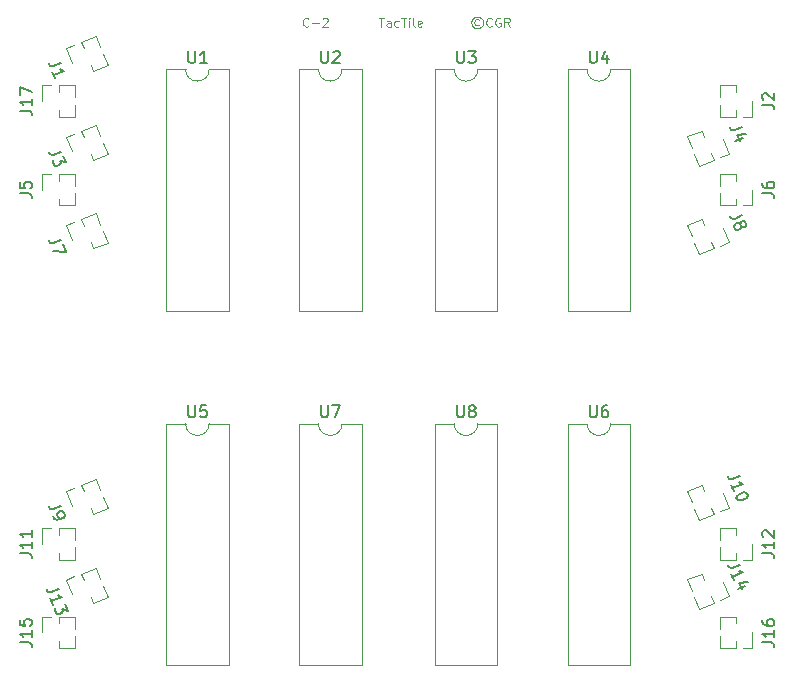
<source format=gbr>
%TF.GenerationSoftware,KiCad,Pcbnew,7.0.1*%
%TF.CreationDate,2023-12-27T22:31:20-05:00*%
%TF.ProjectId,TacTile-C,54616354-696c-4652-9d43-2e6b69636164,rev?*%
%TF.SameCoordinates,Original*%
%TF.FileFunction,Legend,Top*%
%TF.FilePolarity,Positive*%
%FSLAX46Y46*%
G04 Gerber Fmt 4.6, Leading zero omitted, Abs format (unit mm)*
G04 Created by KiCad (PCBNEW 7.0.1) date 2023-12-27 22:31:20*
%MOMM*%
%LPD*%
G01*
G04 APERTURE LIST*
%ADD10C,0.100000*%
%ADD11C,0.150000*%
%ADD12C,0.120000*%
G04 APERTURE END LIST*
D10*
X61885714Y-25636785D02*
X61814285Y-25601071D01*
X61814285Y-25601071D02*
X61671428Y-25601071D01*
X61671428Y-25601071D02*
X61600000Y-25636785D01*
X61600000Y-25636785D02*
X61528571Y-25708214D01*
X61528571Y-25708214D02*
X61492857Y-25779642D01*
X61492857Y-25779642D02*
X61492857Y-25922500D01*
X61492857Y-25922500D02*
X61528571Y-25993928D01*
X61528571Y-25993928D02*
X61600000Y-26065357D01*
X61600000Y-26065357D02*
X61671428Y-26101071D01*
X61671428Y-26101071D02*
X61814285Y-26101071D01*
X61814285Y-26101071D02*
X61885714Y-26065357D01*
X61742857Y-25351071D02*
X61564285Y-25386785D01*
X61564285Y-25386785D02*
X61385714Y-25493928D01*
X61385714Y-25493928D02*
X61278571Y-25672500D01*
X61278571Y-25672500D02*
X61242857Y-25851071D01*
X61242857Y-25851071D02*
X61278571Y-26029642D01*
X61278571Y-26029642D02*
X61385714Y-26208214D01*
X61385714Y-26208214D02*
X61564285Y-26315357D01*
X61564285Y-26315357D02*
X61742857Y-26351071D01*
X61742857Y-26351071D02*
X61921428Y-26315357D01*
X61921428Y-26315357D02*
X62100000Y-26208214D01*
X62100000Y-26208214D02*
X62207142Y-26029642D01*
X62207142Y-26029642D02*
X62242857Y-25851071D01*
X62242857Y-25851071D02*
X62207142Y-25672500D01*
X62207142Y-25672500D02*
X62100000Y-25493928D01*
X62100000Y-25493928D02*
X61921428Y-25386785D01*
X61921428Y-25386785D02*
X61742857Y-25351071D01*
X62992856Y-26136785D02*
X62957142Y-26172500D01*
X62957142Y-26172500D02*
X62849999Y-26208214D01*
X62849999Y-26208214D02*
X62778571Y-26208214D01*
X62778571Y-26208214D02*
X62671428Y-26172500D01*
X62671428Y-26172500D02*
X62599999Y-26101071D01*
X62599999Y-26101071D02*
X62564285Y-26029642D01*
X62564285Y-26029642D02*
X62528571Y-25886785D01*
X62528571Y-25886785D02*
X62528571Y-25779642D01*
X62528571Y-25779642D02*
X62564285Y-25636785D01*
X62564285Y-25636785D02*
X62599999Y-25565357D01*
X62599999Y-25565357D02*
X62671428Y-25493928D01*
X62671428Y-25493928D02*
X62778571Y-25458214D01*
X62778571Y-25458214D02*
X62849999Y-25458214D01*
X62849999Y-25458214D02*
X62957142Y-25493928D01*
X62957142Y-25493928D02*
X62992856Y-25529642D01*
X63707142Y-25493928D02*
X63635714Y-25458214D01*
X63635714Y-25458214D02*
X63528571Y-25458214D01*
X63528571Y-25458214D02*
X63421428Y-25493928D01*
X63421428Y-25493928D02*
X63349999Y-25565357D01*
X63349999Y-25565357D02*
X63314285Y-25636785D01*
X63314285Y-25636785D02*
X63278571Y-25779642D01*
X63278571Y-25779642D02*
X63278571Y-25886785D01*
X63278571Y-25886785D02*
X63314285Y-26029642D01*
X63314285Y-26029642D02*
X63349999Y-26101071D01*
X63349999Y-26101071D02*
X63421428Y-26172500D01*
X63421428Y-26172500D02*
X63528571Y-26208214D01*
X63528571Y-26208214D02*
X63599999Y-26208214D01*
X63599999Y-26208214D02*
X63707142Y-26172500D01*
X63707142Y-26172500D02*
X63742856Y-26136785D01*
X63742856Y-26136785D02*
X63742856Y-25886785D01*
X63742856Y-25886785D02*
X63599999Y-25886785D01*
X64492856Y-26208214D02*
X64242856Y-25851071D01*
X64064285Y-26208214D02*
X64064285Y-25458214D01*
X64064285Y-25458214D02*
X64349999Y-25458214D01*
X64349999Y-25458214D02*
X64421428Y-25493928D01*
X64421428Y-25493928D02*
X64457142Y-25529642D01*
X64457142Y-25529642D02*
X64492856Y-25601071D01*
X64492856Y-25601071D02*
X64492856Y-25708214D01*
X64492856Y-25708214D02*
X64457142Y-25779642D01*
X64457142Y-25779642D02*
X64421428Y-25815357D01*
X64421428Y-25815357D02*
X64349999Y-25851071D01*
X64349999Y-25851071D02*
X64064285Y-25851071D01*
X53421428Y-25458214D02*
X53850000Y-25458214D01*
X53635714Y-26208214D02*
X53635714Y-25458214D01*
X54421429Y-26208214D02*
X54421429Y-25815357D01*
X54421429Y-25815357D02*
X54385714Y-25743928D01*
X54385714Y-25743928D02*
X54314286Y-25708214D01*
X54314286Y-25708214D02*
X54171429Y-25708214D01*
X54171429Y-25708214D02*
X54100000Y-25743928D01*
X54421429Y-26172500D02*
X54350000Y-26208214D01*
X54350000Y-26208214D02*
X54171429Y-26208214D01*
X54171429Y-26208214D02*
X54100000Y-26172500D01*
X54100000Y-26172500D02*
X54064286Y-26101071D01*
X54064286Y-26101071D02*
X54064286Y-26029642D01*
X54064286Y-26029642D02*
X54100000Y-25958214D01*
X54100000Y-25958214D02*
X54171429Y-25922500D01*
X54171429Y-25922500D02*
X54350000Y-25922500D01*
X54350000Y-25922500D02*
X54421429Y-25886785D01*
X55100000Y-26172500D02*
X55028571Y-26208214D01*
X55028571Y-26208214D02*
X54885714Y-26208214D01*
X54885714Y-26208214D02*
X54814285Y-26172500D01*
X54814285Y-26172500D02*
X54778571Y-26136785D01*
X54778571Y-26136785D02*
X54742857Y-26065357D01*
X54742857Y-26065357D02*
X54742857Y-25851071D01*
X54742857Y-25851071D02*
X54778571Y-25779642D01*
X54778571Y-25779642D02*
X54814285Y-25743928D01*
X54814285Y-25743928D02*
X54885714Y-25708214D01*
X54885714Y-25708214D02*
X55028571Y-25708214D01*
X55028571Y-25708214D02*
X55100000Y-25743928D01*
X55314285Y-25458214D02*
X55742857Y-25458214D01*
X55528571Y-26208214D02*
X55528571Y-25458214D01*
X55992857Y-26208214D02*
X55992857Y-25708214D01*
X55992857Y-25458214D02*
X55957143Y-25493928D01*
X55957143Y-25493928D02*
X55992857Y-25529642D01*
X55992857Y-25529642D02*
X56028571Y-25493928D01*
X56028571Y-25493928D02*
X55992857Y-25458214D01*
X55992857Y-25458214D02*
X55992857Y-25529642D01*
X56457143Y-26208214D02*
X56385714Y-26172500D01*
X56385714Y-26172500D02*
X56350000Y-26101071D01*
X56350000Y-26101071D02*
X56350000Y-25458214D01*
X57028571Y-26172500D02*
X56957143Y-26208214D01*
X56957143Y-26208214D02*
X56814286Y-26208214D01*
X56814286Y-26208214D02*
X56742857Y-26172500D01*
X56742857Y-26172500D02*
X56707143Y-26101071D01*
X56707143Y-26101071D02*
X56707143Y-25815357D01*
X56707143Y-25815357D02*
X56742857Y-25743928D01*
X56742857Y-25743928D02*
X56814286Y-25708214D01*
X56814286Y-25708214D02*
X56957143Y-25708214D01*
X56957143Y-25708214D02*
X57028571Y-25743928D01*
X57028571Y-25743928D02*
X57064286Y-25815357D01*
X57064286Y-25815357D02*
X57064286Y-25886785D01*
X57064286Y-25886785D02*
X56707143Y-25958214D01*
X47457142Y-26136785D02*
X47421428Y-26172500D01*
X47421428Y-26172500D02*
X47314285Y-26208214D01*
X47314285Y-26208214D02*
X47242857Y-26208214D01*
X47242857Y-26208214D02*
X47135714Y-26172500D01*
X47135714Y-26172500D02*
X47064285Y-26101071D01*
X47064285Y-26101071D02*
X47028571Y-26029642D01*
X47028571Y-26029642D02*
X46992857Y-25886785D01*
X46992857Y-25886785D02*
X46992857Y-25779642D01*
X46992857Y-25779642D02*
X47028571Y-25636785D01*
X47028571Y-25636785D02*
X47064285Y-25565357D01*
X47064285Y-25565357D02*
X47135714Y-25493928D01*
X47135714Y-25493928D02*
X47242857Y-25458214D01*
X47242857Y-25458214D02*
X47314285Y-25458214D01*
X47314285Y-25458214D02*
X47421428Y-25493928D01*
X47421428Y-25493928D02*
X47457142Y-25529642D01*
X47778571Y-25922500D02*
X48350000Y-25922500D01*
X48671428Y-25529642D02*
X48707142Y-25493928D01*
X48707142Y-25493928D02*
X48778571Y-25458214D01*
X48778571Y-25458214D02*
X48957142Y-25458214D01*
X48957142Y-25458214D02*
X49028571Y-25493928D01*
X49028571Y-25493928D02*
X49064285Y-25529642D01*
X49064285Y-25529642D02*
X49099999Y-25601071D01*
X49099999Y-25601071D02*
X49099999Y-25672500D01*
X49099999Y-25672500D02*
X49064285Y-25779642D01*
X49064285Y-25779642D02*
X48635713Y-26208214D01*
X48635713Y-26208214D02*
X49099999Y-26208214D01*
D11*
%TO.C,J6*%
X85897619Y-40333333D02*
X86611904Y-40333333D01*
X86611904Y-40333333D02*
X86754761Y-40380952D01*
X86754761Y-40380952D02*
X86850000Y-40476190D01*
X86850000Y-40476190D02*
X86897619Y-40619047D01*
X86897619Y-40619047D02*
X86897619Y-40714285D01*
X85897619Y-39428571D02*
X85897619Y-39619047D01*
X85897619Y-39619047D02*
X85945238Y-39714285D01*
X85945238Y-39714285D02*
X85992857Y-39761904D01*
X85992857Y-39761904D02*
X86135714Y-39857142D01*
X86135714Y-39857142D02*
X86326190Y-39904761D01*
X86326190Y-39904761D02*
X86707142Y-39904761D01*
X86707142Y-39904761D02*
X86802380Y-39857142D01*
X86802380Y-39857142D02*
X86850000Y-39809523D01*
X86850000Y-39809523D02*
X86897619Y-39714285D01*
X86897619Y-39714285D02*
X86897619Y-39523809D01*
X86897619Y-39523809D02*
X86850000Y-39428571D01*
X86850000Y-39428571D02*
X86802380Y-39380952D01*
X86802380Y-39380952D02*
X86707142Y-39333333D01*
X86707142Y-39333333D02*
X86469047Y-39333333D01*
X86469047Y-39333333D02*
X86373809Y-39380952D01*
X86373809Y-39380952D02*
X86326190Y-39428571D01*
X86326190Y-39428571D02*
X86278571Y-39523809D01*
X86278571Y-39523809D02*
X86278571Y-39714285D01*
X86278571Y-39714285D02*
X86326190Y-39809523D01*
X86326190Y-39809523D02*
X86373809Y-39857142D01*
X86373809Y-39857142D02*
X86469047Y-39904761D01*
%TO.C,U2*%
X48548095Y-28282619D02*
X48548095Y-29092142D01*
X48548095Y-29092142D02*
X48595714Y-29187380D01*
X48595714Y-29187380D02*
X48643333Y-29235000D01*
X48643333Y-29235000D02*
X48738571Y-29282619D01*
X48738571Y-29282619D02*
X48929047Y-29282619D01*
X48929047Y-29282619D02*
X49024285Y-29235000D01*
X49024285Y-29235000D02*
X49071904Y-29187380D01*
X49071904Y-29187380D02*
X49119523Y-29092142D01*
X49119523Y-29092142D02*
X49119523Y-28282619D01*
X49548095Y-28377857D02*
X49595714Y-28330238D01*
X49595714Y-28330238D02*
X49690952Y-28282619D01*
X49690952Y-28282619D02*
X49929047Y-28282619D01*
X49929047Y-28282619D02*
X50024285Y-28330238D01*
X50024285Y-28330238D02*
X50071904Y-28377857D01*
X50071904Y-28377857D02*
X50119523Y-28473095D01*
X50119523Y-28473095D02*
X50119523Y-28568333D01*
X50119523Y-28568333D02*
X50071904Y-28711190D01*
X50071904Y-28711190D02*
X49500476Y-29282619D01*
X49500476Y-29282619D02*
X50119523Y-29282619D01*
%TO.C,J10*%
X84027206Y-64254837D02*
X83364931Y-64522413D01*
X83364931Y-64522413D02*
X83214638Y-64531777D01*
X83214638Y-64531777D02*
X83090658Y-64479150D01*
X83090658Y-64479150D02*
X82992991Y-64364534D01*
X82992991Y-64364534D02*
X82957314Y-64276231D01*
X83474628Y-65556628D02*
X83260568Y-65026808D01*
X83367598Y-65291718D02*
X84294782Y-64917111D01*
X84294782Y-64917111D02*
X84126650Y-64882323D01*
X84126650Y-64882323D02*
X84002670Y-64829697D01*
X84002670Y-64829697D02*
X83922842Y-64759232D01*
X84633712Y-65755992D02*
X84669388Y-65844295D01*
X84669388Y-65844295D02*
X84660914Y-65950437D01*
X84660914Y-65950437D02*
X84634600Y-66012427D01*
X84634600Y-66012427D02*
X84564136Y-66092255D01*
X84564136Y-66092255D02*
X84405368Y-66207761D01*
X84405368Y-66207761D02*
X84184610Y-66296953D01*
X84184610Y-66296953D02*
X83990165Y-66324155D01*
X83990165Y-66324155D02*
X83884023Y-66315680D01*
X83884023Y-66315680D02*
X83822033Y-66289367D01*
X83822033Y-66289367D02*
X83742205Y-66218902D01*
X83742205Y-66218902D02*
X83706528Y-66130599D01*
X83706528Y-66130599D02*
X83715003Y-66024457D01*
X83715003Y-66024457D02*
X83741316Y-65962467D01*
X83741316Y-65962467D02*
X83811781Y-65882639D01*
X83811781Y-65882639D02*
X83970549Y-65767133D01*
X83970549Y-65767133D02*
X84191307Y-65677941D01*
X84191307Y-65677941D02*
X84385752Y-65650739D01*
X84385752Y-65650739D02*
X84491893Y-65659214D01*
X84491893Y-65659214D02*
X84553883Y-65685527D01*
X84553883Y-65685527D02*
X84633712Y-65755992D01*
%TO.C,J2*%
X85897619Y-32833333D02*
X86611904Y-32833333D01*
X86611904Y-32833333D02*
X86754761Y-32880952D01*
X86754761Y-32880952D02*
X86850000Y-32976190D01*
X86850000Y-32976190D02*
X86897619Y-33119047D01*
X86897619Y-33119047D02*
X86897619Y-33214285D01*
X85992857Y-32404761D02*
X85945238Y-32357142D01*
X85945238Y-32357142D02*
X85897619Y-32261904D01*
X85897619Y-32261904D02*
X85897619Y-32023809D01*
X85897619Y-32023809D02*
X85945238Y-31928571D01*
X85945238Y-31928571D02*
X85992857Y-31880952D01*
X85992857Y-31880952D02*
X86088095Y-31833333D01*
X86088095Y-31833333D02*
X86183333Y-31833333D01*
X86183333Y-31833333D02*
X86326190Y-31880952D01*
X86326190Y-31880952D02*
X86897619Y-32452380D01*
X86897619Y-32452380D02*
X86897619Y-31833333D01*
%TO.C,U5*%
X37298095Y-58282619D02*
X37298095Y-59092142D01*
X37298095Y-59092142D02*
X37345714Y-59187380D01*
X37345714Y-59187380D02*
X37393333Y-59235000D01*
X37393333Y-59235000D02*
X37488571Y-59282619D01*
X37488571Y-59282619D02*
X37679047Y-59282619D01*
X37679047Y-59282619D02*
X37774285Y-59235000D01*
X37774285Y-59235000D02*
X37821904Y-59187380D01*
X37821904Y-59187380D02*
X37869523Y-59092142D01*
X37869523Y-59092142D02*
X37869523Y-58282619D01*
X38821904Y-58282619D02*
X38345714Y-58282619D01*
X38345714Y-58282619D02*
X38298095Y-58758809D01*
X38298095Y-58758809D02*
X38345714Y-58711190D01*
X38345714Y-58711190D02*
X38440952Y-58663571D01*
X38440952Y-58663571D02*
X38679047Y-58663571D01*
X38679047Y-58663571D02*
X38774285Y-58711190D01*
X38774285Y-58711190D02*
X38821904Y-58758809D01*
X38821904Y-58758809D02*
X38869523Y-58854047D01*
X38869523Y-58854047D02*
X38869523Y-59092142D01*
X38869523Y-59092142D02*
X38821904Y-59187380D01*
X38821904Y-59187380D02*
X38774285Y-59235000D01*
X38774285Y-59235000D02*
X38679047Y-59282619D01*
X38679047Y-59282619D02*
X38440952Y-59282619D01*
X38440952Y-59282619D02*
X38345714Y-59235000D01*
X38345714Y-59235000D02*
X38298095Y-59187380D01*
%TO.C,J8*%
X84205590Y-42196353D02*
X83543315Y-42463929D01*
X83543315Y-42463929D02*
X83393022Y-42473292D01*
X83393022Y-42473292D02*
X83269042Y-42420666D01*
X83269042Y-42420666D02*
X83171375Y-42306050D01*
X83171375Y-42306050D02*
X83135698Y-42217746D01*
X84040124Y-42930869D02*
X84048599Y-42824728D01*
X84048599Y-42824728D02*
X84074912Y-42762738D01*
X84074912Y-42762738D02*
X84145377Y-42682909D01*
X84145377Y-42682909D02*
X84189529Y-42665071D01*
X84189529Y-42665071D02*
X84295670Y-42673546D01*
X84295670Y-42673546D02*
X84357661Y-42699859D01*
X84357661Y-42699859D02*
X84437489Y-42770324D01*
X84437489Y-42770324D02*
X84508843Y-42946930D01*
X84508843Y-42946930D02*
X84500368Y-43053072D01*
X84500368Y-43053072D02*
X84474055Y-43115062D01*
X84474055Y-43115062D02*
X84403590Y-43194890D01*
X84403590Y-43194890D02*
X84359438Y-43212729D01*
X84359438Y-43212729D02*
X84253297Y-43204254D01*
X84253297Y-43204254D02*
X84191306Y-43177941D01*
X84191306Y-43177941D02*
X84111478Y-43107476D01*
X84111478Y-43107476D02*
X84040124Y-42930869D01*
X84040124Y-42930869D02*
X83960296Y-42860405D01*
X83960296Y-42860405D02*
X83898306Y-42834091D01*
X83898306Y-42834091D02*
X83792164Y-42825617D01*
X83792164Y-42825617D02*
X83615558Y-42896970D01*
X83615558Y-42896970D02*
X83545093Y-42976799D01*
X83545093Y-42976799D02*
X83518780Y-43038789D01*
X83518780Y-43038789D02*
X83510305Y-43144930D01*
X83510305Y-43144930D02*
X83581659Y-43321537D01*
X83581659Y-43321537D02*
X83661487Y-43392002D01*
X83661487Y-43392002D02*
X83723477Y-43418315D01*
X83723477Y-43418315D02*
X83829619Y-43426790D01*
X83829619Y-43426790D02*
X84006225Y-43355436D01*
X84006225Y-43355436D02*
X84076690Y-43275608D01*
X84076690Y-43275608D02*
X84103003Y-43213618D01*
X84103003Y-43213618D02*
X84111478Y-43107476D01*
%TO.C,J1*%
X26541175Y-29282911D02*
X25878900Y-29550487D01*
X25878900Y-29550487D02*
X25728607Y-29559850D01*
X25728607Y-29559850D02*
X25604627Y-29507224D01*
X25604627Y-29507224D02*
X25506960Y-29392608D01*
X25506960Y-29392608D02*
X25471283Y-29304304D01*
X25988597Y-30584701D02*
X25774536Y-30054882D01*
X25881567Y-30319792D02*
X26808751Y-29945185D01*
X26808751Y-29945185D02*
X26640619Y-29910397D01*
X26640619Y-29910397D02*
X26516639Y-29857771D01*
X26516639Y-29857771D02*
X26436811Y-29787306D01*
%TO.C,J14*%
X84027206Y-71754837D02*
X83364931Y-72022413D01*
X83364931Y-72022413D02*
X83214638Y-72031777D01*
X83214638Y-72031777D02*
X83090658Y-71979150D01*
X83090658Y-71979150D02*
X82992991Y-71864534D01*
X82992991Y-71864534D02*
X82957314Y-71776231D01*
X83474628Y-73056628D02*
X83260568Y-72526808D01*
X83367598Y-72791718D02*
X84294782Y-72417111D01*
X84294782Y-72417111D02*
X84126650Y-72382323D01*
X84126650Y-72382323D02*
X84002670Y-72329697D01*
X84002670Y-72329697D02*
X83922842Y-72259232D01*
X84413842Y-73601619D02*
X83795720Y-73851357D01*
X84677863Y-73238154D02*
X83926397Y-73284972D01*
X83926397Y-73284972D02*
X84158296Y-73858943D01*
%TO.C,J15*%
X23027619Y-78309523D02*
X23741904Y-78309523D01*
X23741904Y-78309523D02*
X23884761Y-78357142D01*
X23884761Y-78357142D02*
X23980000Y-78452380D01*
X23980000Y-78452380D02*
X24027619Y-78595237D01*
X24027619Y-78595237D02*
X24027619Y-78690475D01*
X24027619Y-77309523D02*
X24027619Y-77880951D01*
X24027619Y-77595237D02*
X23027619Y-77595237D01*
X23027619Y-77595237D02*
X23170476Y-77690475D01*
X23170476Y-77690475D02*
X23265714Y-77785713D01*
X23265714Y-77785713D02*
X23313333Y-77880951D01*
X23027619Y-76404761D02*
X23027619Y-76880951D01*
X23027619Y-76880951D02*
X23503809Y-76928570D01*
X23503809Y-76928570D02*
X23456190Y-76880951D01*
X23456190Y-76880951D02*
X23408571Y-76785713D01*
X23408571Y-76785713D02*
X23408571Y-76547618D01*
X23408571Y-76547618D02*
X23456190Y-76452380D01*
X23456190Y-76452380D02*
X23503809Y-76404761D01*
X23503809Y-76404761D02*
X23599047Y-76357142D01*
X23599047Y-76357142D02*
X23837142Y-76357142D01*
X23837142Y-76357142D02*
X23932380Y-76404761D01*
X23932380Y-76404761D02*
X23980000Y-76452380D01*
X23980000Y-76452380D02*
X24027619Y-76547618D01*
X24027619Y-76547618D02*
X24027619Y-76785713D01*
X24027619Y-76785713D02*
X23980000Y-76880951D01*
X23980000Y-76880951D02*
X23932380Y-76928570D01*
%TO.C,U1*%
X37298095Y-28282619D02*
X37298095Y-29092142D01*
X37298095Y-29092142D02*
X37345714Y-29187380D01*
X37345714Y-29187380D02*
X37393333Y-29235000D01*
X37393333Y-29235000D02*
X37488571Y-29282619D01*
X37488571Y-29282619D02*
X37679047Y-29282619D01*
X37679047Y-29282619D02*
X37774285Y-29235000D01*
X37774285Y-29235000D02*
X37821904Y-29187380D01*
X37821904Y-29187380D02*
X37869523Y-29092142D01*
X37869523Y-29092142D02*
X37869523Y-28282619D01*
X38869523Y-29282619D02*
X38298095Y-29282619D01*
X38583809Y-29282619D02*
X38583809Y-28282619D01*
X38583809Y-28282619D02*
X38488571Y-28425476D01*
X38488571Y-28425476D02*
X38393333Y-28520714D01*
X38393333Y-28520714D02*
X38298095Y-28568333D01*
%TO.C,J17*%
X23027619Y-33309523D02*
X23741904Y-33309523D01*
X23741904Y-33309523D02*
X23884761Y-33357142D01*
X23884761Y-33357142D02*
X23980000Y-33452380D01*
X23980000Y-33452380D02*
X24027619Y-33595237D01*
X24027619Y-33595237D02*
X24027619Y-33690475D01*
X24027619Y-32309523D02*
X24027619Y-32880951D01*
X24027619Y-32595237D02*
X23027619Y-32595237D01*
X23027619Y-32595237D02*
X23170476Y-32690475D01*
X23170476Y-32690475D02*
X23265714Y-32785713D01*
X23265714Y-32785713D02*
X23313333Y-32880951D01*
X23027619Y-31976189D02*
X23027619Y-31309523D01*
X23027619Y-31309523D02*
X24027619Y-31738094D01*
%TO.C,J9*%
X26541175Y-66782911D02*
X25878900Y-67050487D01*
X25878900Y-67050487D02*
X25728607Y-67059850D01*
X25728607Y-67059850D02*
X25604627Y-67007224D01*
X25604627Y-67007224D02*
X25506960Y-66892608D01*
X25506960Y-66892608D02*
X25471283Y-66804304D01*
X25810213Y-67643185D02*
X25881567Y-67819792D01*
X25881567Y-67819792D02*
X25961395Y-67890256D01*
X25961395Y-67890256D02*
X26023385Y-67916570D01*
X26023385Y-67916570D02*
X26191517Y-67951358D01*
X26191517Y-67951358D02*
X26385962Y-67924156D01*
X26385962Y-67924156D02*
X26739175Y-67781448D01*
X26739175Y-67781448D02*
X26809640Y-67701620D01*
X26809640Y-67701620D02*
X26835953Y-67639630D01*
X26835953Y-67639630D02*
X26844428Y-67533488D01*
X26844428Y-67533488D02*
X26773074Y-67356882D01*
X26773074Y-67356882D02*
X26693246Y-67286417D01*
X26693246Y-67286417D02*
X26631255Y-67260104D01*
X26631255Y-67260104D02*
X26525114Y-67251629D01*
X26525114Y-67251629D02*
X26304356Y-67340821D01*
X26304356Y-67340821D02*
X26233891Y-67420649D01*
X26233891Y-67420649D02*
X26207578Y-67482639D01*
X26207578Y-67482639D02*
X26199103Y-67588781D01*
X26199103Y-67588781D02*
X26270457Y-67765388D01*
X26270457Y-67765388D02*
X26350285Y-67835852D01*
X26350285Y-67835852D02*
X26412275Y-67862166D01*
X26412275Y-67862166D02*
X26518417Y-67870640D01*
%TO.C,U3*%
X60048095Y-28282619D02*
X60048095Y-29092142D01*
X60048095Y-29092142D02*
X60095714Y-29187380D01*
X60095714Y-29187380D02*
X60143333Y-29235000D01*
X60143333Y-29235000D02*
X60238571Y-29282619D01*
X60238571Y-29282619D02*
X60429047Y-29282619D01*
X60429047Y-29282619D02*
X60524285Y-29235000D01*
X60524285Y-29235000D02*
X60571904Y-29187380D01*
X60571904Y-29187380D02*
X60619523Y-29092142D01*
X60619523Y-29092142D02*
X60619523Y-28282619D01*
X61000476Y-28282619D02*
X61619523Y-28282619D01*
X61619523Y-28282619D02*
X61286190Y-28663571D01*
X61286190Y-28663571D02*
X61429047Y-28663571D01*
X61429047Y-28663571D02*
X61524285Y-28711190D01*
X61524285Y-28711190D02*
X61571904Y-28758809D01*
X61571904Y-28758809D02*
X61619523Y-28854047D01*
X61619523Y-28854047D02*
X61619523Y-29092142D01*
X61619523Y-29092142D02*
X61571904Y-29187380D01*
X61571904Y-29187380D02*
X61524285Y-29235000D01*
X61524285Y-29235000D02*
X61429047Y-29282619D01*
X61429047Y-29282619D02*
X61143333Y-29282619D01*
X61143333Y-29282619D02*
X61048095Y-29235000D01*
X61048095Y-29235000D02*
X61000476Y-29187380D01*
%TO.C,J3*%
X26541175Y-36782911D02*
X25878900Y-37050487D01*
X25878900Y-37050487D02*
X25728607Y-37059850D01*
X25728607Y-37059850D02*
X25604627Y-37007224D01*
X25604627Y-37007224D02*
X25506960Y-36892608D01*
X25506960Y-36892608D02*
X25471283Y-36804304D01*
X26683882Y-37136124D02*
X26915781Y-37710095D01*
X26915781Y-37710095D02*
X26437699Y-37543741D01*
X26437699Y-37543741D02*
X26491215Y-37676196D01*
X26491215Y-37676196D02*
X26482740Y-37782337D01*
X26482740Y-37782337D02*
X26456427Y-37844327D01*
X26456427Y-37844327D02*
X26385962Y-37924156D01*
X26385962Y-37924156D02*
X26165204Y-38013348D01*
X26165204Y-38013348D02*
X26059062Y-38004873D01*
X26059062Y-38004873D02*
X25997072Y-37978560D01*
X25997072Y-37978560D02*
X25917244Y-37908095D01*
X25917244Y-37908095D02*
X25810213Y-37643185D01*
X25810213Y-37643185D02*
X25818688Y-37537044D01*
X25818688Y-37537044D02*
X25845001Y-37475054D01*
%TO.C,U6*%
X71298095Y-58282619D02*
X71298095Y-59092142D01*
X71298095Y-59092142D02*
X71345714Y-59187380D01*
X71345714Y-59187380D02*
X71393333Y-59235000D01*
X71393333Y-59235000D02*
X71488571Y-59282619D01*
X71488571Y-59282619D02*
X71679047Y-59282619D01*
X71679047Y-59282619D02*
X71774285Y-59235000D01*
X71774285Y-59235000D02*
X71821904Y-59187380D01*
X71821904Y-59187380D02*
X71869523Y-59092142D01*
X71869523Y-59092142D02*
X71869523Y-58282619D01*
X72774285Y-58282619D02*
X72583809Y-58282619D01*
X72583809Y-58282619D02*
X72488571Y-58330238D01*
X72488571Y-58330238D02*
X72440952Y-58377857D01*
X72440952Y-58377857D02*
X72345714Y-58520714D01*
X72345714Y-58520714D02*
X72298095Y-58711190D01*
X72298095Y-58711190D02*
X72298095Y-59092142D01*
X72298095Y-59092142D02*
X72345714Y-59187380D01*
X72345714Y-59187380D02*
X72393333Y-59235000D01*
X72393333Y-59235000D02*
X72488571Y-59282619D01*
X72488571Y-59282619D02*
X72679047Y-59282619D01*
X72679047Y-59282619D02*
X72774285Y-59235000D01*
X72774285Y-59235000D02*
X72821904Y-59187380D01*
X72821904Y-59187380D02*
X72869523Y-59092142D01*
X72869523Y-59092142D02*
X72869523Y-58854047D01*
X72869523Y-58854047D02*
X72821904Y-58758809D01*
X72821904Y-58758809D02*
X72774285Y-58711190D01*
X72774285Y-58711190D02*
X72679047Y-58663571D01*
X72679047Y-58663571D02*
X72488571Y-58663571D01*
X72488571Y-58663571D02*
X72393333Y-58711190D01*
X72393333Y-58711190D02*
X72345714Y-58758809D01*
X72345714Y-58758809D02*
X72298095Y-58854047D01*
%TO.C,J11*%
X23027619Y-70809523D02*
X23741904Y-70809523D01*
X23741904Y-70809523D02*
X23884761Y-70857142D01*
X23884761Y-70857142D02*
X23980000Y-70952380D01*
X23980000Y-70952380D02*
X24027619Y-71095237D01*
X24027619Y-71095237D02*
X24027619Y-71190475D01*
X24027619Y-69809523D02*
X24027619Y-70380951D01*
X24027619Y-70095237D02*
X23027619Y-70095237D01*
X23027619Y-70095237D02*
X23170476Y-70190475D01*
X23170476Y-70190475D02*
X23265714Y-70285713D01*
X23265714Y-70285713D02*
X23313333Y-70380951D01*
X24027619Y-68857142D02*
X24027619Y-69428570D01*
X24027619Y-69142856D02*
X23027619Y-69142856D01*
X23027619Y-69142856D02*
X23170476Y-69238094D01*
X23170476Y-69238094D02*
X23265714Y-69333332D01*
X23265714Y-69333332D02*
X23313333Y-69428570D01*
%TO.C,U4*%
X71298095Y-28282619D02*
X71298095Y-29092142D01*
X71298095Y-29092142D02*
X71345714Y-29187380D01*
X71345714Y-29187380D02*
X71393333Y-29235000D01*
X71393333Y-29235000D02*
X71488571Y-29282619D01*
X71488571Y-29282619D02*
X71679047Y-29282619D01*
X71679047Y-29282619D02*
X71774285Y-29235000D01*
X71774285Y-29235000D02*
X71821904Y-29187380D01*
X71821904Y-29187380D02*
X71869523Y-29092142D01*
X71869523Y-29092142D02*
X71869523Y-28282619D01*
X72774285Y-28615952D02*
X72774285Y-29282619D01*
X72536190Y-28235000D02*
X72298095Y-28949285D01*
X72298095Y-28949285D02*
X72917142Y-28949285D01*
%TO.C,U8*%
X60048095Y-58282619D02*
X60048095Y-59092142D01*
X60048095Y-59092142D02*
X60095714Y-59187380D01*
X60095714Y-59187380D02*
X60143333Y-59235000D01*
X60143333Y-59235000D02*
X60238571Y-59282619D01*
X60238571Y-59282619D02*
X60429047Y-59282619D01*
X60429047Y-59282619D02*
X60524285Y-59235000D01*
X60524285Y-59235000D02*
X60571904Y-59187380D01*
X60571904Y-59187380D02*
X60619523Y-59092142D01*
X60619523Y-59092142D02*
X60619523Y-58282619D01*
X61238571Y-58711190D02*
X61143333Y-58663571D01*
X61143333Y-58663571D02*
X61095714Y-58615952D01*
X61095714Y-58615952D02*
X61048095Y-58520714D01*
X61048095Y-58520714D02*
X61048095Y-58473095D01*
X61048095Y-58473095D02*
X61095714Y-58377857D01*
X61095714Y-58377857D02*
X61143333Y-58330238D01*
X61143333Y-58330238D02*
X61238571Y-58282619D01*
X61238571Y-58282619D02*
X61429047Y-58282619D01*
X61429047Y-58282619D02*
X61524285Y-58330238D01*
X61524285Y-58330238D02*
X61571904Y-58377857D01*
X61571904Y-58377857D02*
X61619523Y-58473095D01*
X61619523Y-58473095D02*
X61619523Y-58520714D01*
X61619523Y-58520714D02*
X61571904Y-58615952D01*
X61571904Y-58615952D02*
X61524285Y-58663571D01*
X61524285Y-58663571D02*
X61429047Y-58711190D01*
X61429047Y-58711190D02*
X61238571Y-58711190D01*
X61238571Y-58711190D02*
X61143333Y-58758809D01*
X61143333Y-58758809D02*
X61095714Y-58806428D01*
X61095714Y-58806428D02*
X61048095Y-58901666D01*
X61048095Y-58901666D02*
X61048095Y-59092142D01*
X61048095Y-59092142D02*
X61095714Y-59187380D01*
X61095714Y-59187380D02*
X61143333Y-59235000D01*
X61143333Y-59235000D02*
X61238571Y-59282619D01*
X61238571Y-59282619D02*
X61429047Y-59282619D01*
X61429047Y-59282619D02*
X61524285Y-59235000D01*
X61524285Y-59235000D02*
X61571904Y-59187380D01*
X61571904Y-59187380D02*
X61619523Y-59092142D01*
X61619523Y-59092142D02*
X61619523Y-58901666D01*
X61619523Y-58901666D02*
X61571904Y-58806428D01*
X61571904Y-58806428D02*
X61524285Y-58758809D01*
X61524285Y-58758809D02*
X61429047Y-58711190D01*
%TO.C,J12*%
X85897619Y-70809523D02*
X86611904Y-70809523D01*
X86611904Y-70809523D02*
X86754761Y-70857142D01*
X86754761Y-70857142D02*
X86850000Y-70952380D01*
X86850000Y-70952380D02*
X86897619Y-71095237D01*
X86897619Y-71095237D02*
X86897619Y-71190475D01*
X86897619Y-69809523D02*
X86897619Y-70380951D01*
X86897619Y-70095237D02*
X85897619Y-70095237D01*
X85897619Y-70095237D02*
X86040476Y-70190475D01*
X86040476Y-70190475D02*
X86135714Y-70285713D01*
X86135714Y-70285713D02*
X86183333Y-70380951D01*
X85992857Y-69428570D02*
X85945238Y-69380951D01*
X85945238Y-69380951D02*
X85897619Y-69285713D01*
X85897619Y-69285713D02*
X85897619Y-69047618D01*
X85897619Y-69047618D02*
X85945238Y-68952380D01*
X85945238Y-68952380D02*
X85992857Y-68904761D01*
X85992857Y-68904761D02*
X86088095Y-68857142D01*
X86088095Y-68857142D02*
X86183333Y-68857142D01*
X86183333Y-68857142D02*
X86326190Y-68904761D01*
X86326190Y-68904761D02*
X86897619Y-69476189D01*
X86897619Y-69476189D02*
X86897619Y-68857142D01*
%TO.C,U7*%
X48548095Y-58282619D02*
X48548095Y-59092142D01*
X48548095Y-59092142D02*
X48595714Y-59187380D01*
X48595714Y-59187380D02*
X48643333Y-59235000D01*
X48643333Y-59235000D02*
X48738571Y-59282619D01*
X48738571Y-59282619D02*
X48929047Y-59282619D01*
X48929047Y-59282619D02*
X49024285Y-59235000D01*
X49024285Y-59235000D02*
X49071904Y-59187380D01*
X49071904Y-59187380D02*
X49119523Y-59092142D01*
X49119523Y-59092142D02*
X49119523Y-58282619D01*
X49500476Y-58282619D02*
X50167142Y-58282619D01*
X50167142Y-58282619D02*
X49738571Y-59282619D01*
%TO.C,J4*%
X84205590Y-34696353D02*
X83543315Y-34963929D01*
X83543315Y-34963929D02*
X83393022Y-34973292D01*
X83393022Y-34973292D02*
X83269042Y-34920666D01*
X83269042Y-34920666D02*
X83171375Y-34806050D01*
X83171375Y-34806050D02*
X83135698Y-34717746D01*
X84235458Y-35660102D02*
X83617336Y-35909840D01*
X84499479Y-35296637D02*
X83748013Y-35343455D01*
X83748013Y-35343455D02*
X83979912Y-35917426D01*
%TO.C,J5*%
X23027619Y-40333333D02*
X23741904Y-40333333D01*
X23741904Y-40333333D02*
X23884761Y-40380952D01*
X23884761Y-40380952D02*
X23980000Y-40476190D01*
X23980000Y-40476190D02*
X24027619Y-40619047D01*
X24027619Y-40619047D02*
X24027619Y-40714285D01*
X23027619Y-39380952D02*
X23027619Y-39857142D01*
X23027619Y-39857142D02*
X23503809Y-39904761D01*
X23503809Y-39904761D02*
X23456190Y-39857142D01*
X23456190Y-39857142D02*
X23408571Y-39761904D01*
X23408571Y-39761904D02*
X23408571Y-39523809D01*
X23408571Y-39523809D02*
X23456190Y-39428571D01*
X23456190Y-39428571D02*
X23503809Y-39380952D01*
X23503809Y-39380952D02*
X23599047Y-39333333D01*
X23599047Y-39333333D02*
X23837142Y-39333333D01*
X23837142Y-39333333D02*
X23932380Y-39380952D01*
X23932380Y-39380952D02*
X23980000Y-39428571D01*
X23980000Y-39428571D02*
X24027619Y-39523809D01*
X24027619Y-39523809D02*
X24027619Y-39761904D01*
X24027619Y-39761904D02*
X23980000Y-39857142D01*
X23980000Y-39857142D02*
X23932380Y-39904761D01*
%TO.C,J13*%
X26362791Y-73841395D02*
X25700516Y-74108971D01*
X25700516Y-74108971D02*
X25550223Y-74118335D01*
X25550223Y-74118335D02*
X25426243Y-74065708D01*
X25426243Y-74065708D02*
X25328576Y-73951092D01*
X25328576Y-73951092D02*
X25292899Y-73862789D01*
X25810213Y-75143186D02*
X25596153Y-74613366D01*
X25703183Y-74878276D02*
X26630367Y-74503669D01*
X26630367Y-74503669D02*
X26462235Y-74468881D01*
X26462235Y-74468881D02*
X26338255Y-74416255D01*
X26338255Y-74416255D02*
X26258427Y-74345790D01*
X26862266Y-75077640D02*
X27094165Y-75651611D01*
X27094165Y-75651611D02*
X26616084Y-75485257D01*
X26616084Y-75485257D02*
X26669599Y-75617712D01*
X26669599Y-75617712D02*
X26661124Y-75723854D01*
X26661124Y-75723854D02*
X26634811Y-75785844D01*
X26634811Y-75785844D02*
X26564346Y-75865672D01*
X26564346Y-75865672D02*
X26343588Y-75954864D01*
X26343588Y-75954864D02*
X26237446Y-75946389D01*
X26237446Y-75946389D02*
X26175456Y-75920076D01*
X26175456Y-75920076D02*
X26095628Y-75849611D01*
X26095628Y-75849611D02*
X25988598Y-75584702D01*
X25988598Y-75584702D02*
X25997072Y-75478560D01*
X25997072Y-75478560D02*
X26023386Y-75416570D01*
%TO.C,J16*%
X85897619Y-78309523D02*
X86611904Y-78309523D01*
X86611904Y-78309523D02*
X86754761Y-78357142D01*
X86754761Y-78357142D02*
X86850000Y-78452380D01*
X86850000Y-78452380D02*
X86897619Y-78595237D01*
X86897619Y-78595237D02*
X86897619Y-78690475D01*
X86897619Y-77309523D02*
X86897619Y-77880951D01*
X86897619Y-77595237D02*
X85897619Y-77595237D01*
X85897619Y-77595237D02*
X86040476Y-77690475D01*
X86040476Y-77690475D02*
X86135714Y-77785713D01*
X86135714Y-77785713D02*
X86183333Y-77880951D01*
X85897619Y-76452380D02*
X85897619Y-76642856D01*
X85897619Y-76642856D02*
X85945238Y-76738094D01*
X85945238Y-76738094D02*
X85992857Y-76785713D01*
X85992857Y-76785713D02*
X86135714Y-76880951D01*
X86135714Y-76880951D02*
X86326190Y-76928570D01*
X86326190Y-76928570D02*
X86707142Y-76928570D01*
X86707142Y-76928570D02*
X86802380Y-76880951D01*
X86802380Y-76880951D02*
X86850000Y-76833332D01*
X86850000Y-76833332D02*
X86897619Y-76738094D01*
X86897619Y-76738094D02*
X86897619Y-76547618D01*
X86897619Y-76547618D02*
X86850000Y-76452380D01*
X86850000Y-76452380D02*
X86802380Y-76404761D01*
X86802380Y-76404761D02*
X86707142Y-76357142D01*
X86707142Y-76357142D02*
X86469047Y-76357142D01*
X86469047Y-76357142D02*
X86373809Y-76404761D01*
X86373809Y-76404761D02*
X86326190Y-76452380D01*
X86326190Y-76452380D02*
X86278571Y-76547618D01*
X86278571Y-76547618D02*
X86278571Y-76738094D01*
X86278571Y-76738094D02*
X86326190Y-76833332D01*
X86326190Y-76833332D02*
X86373809Y-76880951D01*
X86373809Y-76880951D02*
X86469047Y-76928570D01*
%TO.C,J7*%
X26541175Y-44282911D02*
X25878900Y-44550487D01*
X25878900Y-44550487D02*
X25728607Y-44559850D01*
X25728607Y-44559850D02*
X25604627Y-44507224D01*
X25604627Y-44507224D02*
X25506960Y-44392608D01*
X25506960Y-44392608D02*
X25471283Y-44304304D01*
X26683882Y-44636124D02*
X26933620Y-45254246D01*
X26933620Y-45254246D02*
X25845890Y-45231488D01*
D12*
%TO.C,J6*%
X83665000Y-38670000D02*
X82335000Y-38670000D01*
X83665000Y-38670000D02*
X83665000Y-39240000D01*
X82335000Y-38670000D02*
X82335000Y-39692470D01*
X85060000Y-40000000D02*
X85060000Y-41330000D01*
X82335000Y-40307530D02*
X82335000Y-41330000D01*
X83665000Y-40760000D02*
X83665000Y-41330000D01*
X85060000Y-41330000D02*
X84300000Y-41330000D01*
X83665000Y-41330000D02*
X82335000Y-41330000D01*
%TO.C,U2*%
X46660000Y-29820000D02*
X46660000Y-50260000D01*
X46660000Y-50260000D02*
X51960000Y-50260000D01*
X48310000Y-29820000D02*
X46660000Y-29820000D01*
X51960000Y-29820000D02*
X50310000Y-29820000D01*
X51960000Y-50260000D02*
X51960000Y-29820000D01*
X48310000Y-29820000D02*
G75*
G03*
X50310000Y-29820000I1000000J0D01*
G01*
%TO.C,J10*%
X80765681Y-65011227D02*
X79532527Y-65509453D01*
X80765681Y-65011227D02*
X80979207Y-65539721D01*
X79532527Y-65509453D02*
X79915551Y-66457471D01*
X82557330Y-65721805D02*
X83055556Y-66954960D01*
X80145956Y-67027745D02*
X80528980Y-67975762D01*
X81548609Y-66949041D02*
X81762135Y-67477536D01*
X83055556Y-66954960D02*
X82350897Y-67239661D01*
X81762135Y-67477536D02*
X80528980Y-67975762D01*
%TO.C,J2*%
X83665000Y-31170000D02*
X82335000Y-31170000D01*
X83665000Y-31170000D02*
X83665000Y-31740000D01*
X82335000Y-31170000D02*
X82335000Y-32192470D01*
X85060000Y-32500000D02*
X85060000Y-33830000D01*
X82335000Y-32807530D02*
X82335000Y-33830000D01*
X83665000Y-33260000D02*
X83665000Y-33830000D01*
X85060000Y-33830000D02*
X84300000Y-33830000D01*
X83665000Y-33830000D02*
X82335000Y-33830000D01*
%TO.C,U5*%
X35410000Y-59820000D02*
X35410000Y-80260000D01*
X35410000Y-80260000D02*
X40710000Y-80260000D01*
X37060000Y-59820000D02*
X35410000Y-59820000D01*
X40710000Y-59820000D02*
X39060000Y-59820000D01*
X40710000Y-80260000D02*
X40710000Y-59820000D01*
X37060000Y-59820000D02*
G75*
G03*
X39060000Y-59820000I1000000J0D01*
G01*
%TO.C,J8*%
X80765681Y-42511227D02*
X79532527Y-43009453D01*
X80765681Y-42511227D02*
X80979207Y-43039721D01*
X79532527Y-43009453D02*
X79915551Y-43957471D01*
X82557330Y-43221805D02*
X83055556Y-44454960D01*
X80145956Y-44527745D02*
X80528980Y-45475762D01*
X81548609Y-44449041D02*
X81762135Y-44977536D01*
X83055556Y-44454960D02*
X82350897Y-44739661D01*
X81762135Y-44977536D02*
X80528980Y-45475762D01*
%TO.C,J1*%
X29234320Y-29988773D02*
X30467474Y-29490547D01*
X29234320Y-29988773D02*
X29020794Y-29460279D01*
X30467474Y-29490547D02*
X30084450Y-28542529D01*
X27442671Y-29278195D02*
X26944445Y-28045040D01*
X29854045Y-27972255D02*
X29471021Y-27024238D01*
X28451392Y-28050959D02*
X28237866Y-27522464D01*
X26944445Y-28045040D02*
X27649104Y-27760339D01*
X28237866Y-27522464D02*
X29471021Y-27024238D01*
%TO.C,J14*%
X80765681Y-72511227D02*
X79532527Y-73009453D01*
X80765681Y-72511227D02*
X80979207Y-73039721D01*
X79532527Y-73009453D02*
X79915551Y-73957471D01*
X82557330Y-73221805D02*
X83055556Y-74454960D01*
X80145956Y-74527745D02*
X80528980Y-75475762D01*
X81548609Y-74449041D02*
X81762135Y-74977536D01*
X83055556Y-74454960D02*
X82350897Y-74739661D01*
X81762135Y-74977536D02*
X80528980Y-75475762D01*
%TO.C,J15*%
X26335000Y-78830000D02*
X27665000Y-78830000D01*
X26335000Y-78830000D02*
X26335000Y-78260000D01*
X27665000Y-78830000D02*
X27665000Y-77807530D01*
X24940000Y-77500000D02*
X24940000Y-76170000D01*
X27665000Y-77192470D02*
X27665000Y-76170000D01*
X26335000Y-76740000D02*
X26335000Y-76170000D01*
X24940000Y-76170000D02*
X25700000Y-76170000D01*
X26335000Y-76170000D02*
X27665000Y-76170000D01*
%TO.C,U1*%
X35410000Y-29820000D02*
X35410000Y-50260000D01*
X35410000Y-50260000D02*
X40710000Y-50260000D01*
X37060000Y-29820000D02*
X35410000Y-29820000D01*
X40710000Y-29820000D02*
X39060000Y-29820000D01*
X40710000Y-50260000D02*
X40710000Y-29820000D01*
X37060000Y-29820000D02*
G75*
G03*
X39060000Y-29820000I1000000J0D01*
G01*
%TO.C,J17*%
X26335000Y-33830000D02*
X27665000Y-33830000D01*
X26335000Y-33830000D02*
X26335000Y-33260000D01*
X27665000Y-33830000D02*
X27665000Y-32807530D01*
X24940000Y-32500000D02*
X24940000Y-31170000D01*
X27665000Y-32192470D02*
X27665000Y-31170000D01*
X26335000Y-31740000D02*
X26335000Y-31170000D01*
X24940000Y-31170000D02*
X25700000Y-31170000D01*
X26335000Y-31170000D02*
X27665000Y-31170000D01*
%TO.C,J9*%
X29234320Y-67488773D02*
X30467474Y-66990547D01*
X29234320Y-67488773D02*
X29020794Y-66960279D01*
X30467474Y-66990547D02*
X30084450Y-66042529D01*
X27442671Y-66778195D02*
X26944445Y-65545040D01*
X29854045Y-65472255D02*
X29471021Y-64524238D01*
X28451392Y-65550959D02*
X28237866Y-65022464D01*
X26944445Y-65545040D02*
X27649104Y-65260339D01*
X28237866Y-65022464D02*
X29471021Y-64524238D01*
%TO.C,U3*%
X58160000Y-29820000D02*
X58160000Y-50260000D01*
X58160000Y-50260000D02*
X63460000Y-50260000D01*
X59810000Y-29820000D02*
X58160000Y-29820000D01*
X63460000Y-29820000D02*
X61810000Y-29820000D01*
X63460000Y-50260000D02*
X63460000Y-29820000D01*
X59810000Y-29820000D02*
G75*
G03*
X61810000Y-29820000I1000000J0D01*
G01*
%TO.C,J3*%
X29234320Y-37488773D02*
X30467474Y-36990547D01*
X29234320Y-37488773D02*
X29020794Y-36960279D01*
X30467474Y-36990547D02*
X30084450Y-36042529D01*
X27442671Y-36778195D02*
X26944445Y-35545040D01*
X29854045Y-35472255D02*
X29471021Y-34524238D01*
X28451392Y-35550959D02*
X28237866Y-35022464D01*
X26944445Y-35545040D02*
X27649104Y-35260339D01*
X28237866Y-35022464D02*
X29471021Y-34524238D01*
%TO.C,U6*%
X69410000Y-59820000D02*
X69410000Y-80260000D01*
X69410000Y-80260000D02*
X74710000Y-80260000D01*
X71060000Y-59820000D02*
X69410000Y-59820000D01*
X74710000Y-59820000D02*
X73060000Y-59820000D01*
X74710000Y-80260000D02*
X74710000Y-59820000D01*
X71060000Y-59820000D02*
G75*
G03*
X73060000Y-59820000I1000000J0D01*
G01*
%TO.C,J11*%
X26335000Y-71330000D02*
X27665000Y-71330000D01*
X26335000Y-71330000D02*
X26335000Y-70760000D01*
X27665000Y-71330000D02*
X27665000Y-70307530D01*
X24940000Y-70000000D02*
X24940000Y-68670000D01*
X27665000Y-69692470D02*
X27665000Y-68670000D01*
X26335000Y-69240000D02*
X26335000Y-68670000D01*
X24940000Y-68670000D02*
X25700000Y-68670000D01*
X26335000Y-68670000D02*
X27665000Y-68670000D01*
%TO.C,U4*%
X69410000Y-29820000D02*
X69410000Y-50260000D01*
X69410000Y-50260000D02*
X74710000Y-50260000D01*
X71060000Y-29820000D02*
X69410000Y-29820000D01*
X74710000Y-29820000D02*
X73060000Y-29820000D01*
X74710000Y-50260000D02*
X74710000Y-29820000D01*
X71060000Y-29820000D02*
G75*
G03*
X73060000Y-29820000I1000000J0D01*
G01*
%TO.C,U8*%
X58160000Y-59820000D02*
X58160000Y-80260000D01*
X58160000Y-80260000D02*
X63460000Y-80260000D01*
X59810000Y-59820000D02*
X58160000Y-59820000D01*
X63460000Y-59820000D02*
X61810000Y-59820000D01*
X63460000Y-80260000D02*
X63460000Y-59820000D01*
X59810000Y-59820000D02*
G75*
G03*
X61810000Y-59820000I1000000J0D01*
G01*
%TO.C,J12*%
X83665000Y-68670000D02*
X82335000Y-68670000D01*
X83665000Y-68670000D02*
X83665000Y-69240000D01*
X82335000Y-68670000D02*
X82335000Y-69692470D01*
X85060000Y-70000000D02*
X85060000Y-71330000D01*
X82335000Y-70307530D02*
X82335000Y-71330000D01*
X83665000Y-70760000D02*
X83665000Y-71330000D01*
X85060000Y-71330000D02*
X84300000Y-71330000D01*
X83665000Y-71330000D02*
X82335000Y-71330000D01*
%TO.C,U7*%
X46660000Y-59820000D02*
X46660000Y-80260000D01*
X46660000Y-80260000D02*
X51960000Y-80260000D01*
X48310000Y-59820000D02*
X46660000Y-59820000D01*
X51960000Y-59820000D02*
X50310000Y-59820000D01*
X51960000Y-80260000D02*
X51960000Y-59820000D01*
X48310000Y-59820000D02*
G75*
G03*
X50310000Y-59820000I1000000J0D01*
G01*
%TO.C,J4*%
X80765681Y-35011227D02*
X79532527Y-35509453D01*
X80765681Y-35011227D02*
X80979207Y-35539721D01*
X79532527Y-35509453D02*
X79915551Y-36457471D01*
X82557330Y-35721805D02*
X83055556Y-36954960D01*
X80145956Y-37027745D02*
X80528980Y-37975762D01*
X81548609Y-36949041D02*
X81762135Y-37477536D01*
X83055556Y-36954960D02*
X82350897Y-37239661D01*
X81762135Y-37477536D02*
X80528980Y-37975762D01*
%TO.C,J5*%
X26335000Y-41330000D02*
X27665000Y-41330000D01*
X26335000Y-41330000D02*
X26335000Y-40760000D01*
X27665000Y-41330000D02*
X27665000Y-40307530D01*
X24940000Y-40000000D02*
X24940000Y-38670000D01*
X27665000Y-39692470D02*
X27665000Y-38670000D01*
X26335000Y-39240000D02*
X26335000Y-38670000D01*
X24940000Y-38670000D02*
X25700000Y-38670000D01*
X26335000Y-38670000D02*
X27665000Y-38670000D01*
%TO.C,J13*%
X29234320Y-74988773D02*
X30467474Y-74490547D01*
X29234320Y-74988773D02*
X29020794Y-74460279D01*
X30467474Y-74490547D02*
X30084450Y-73542529D01*
X27442671Y-74278195D02*
X26944445Y-73045040D01*
X29854045Y-72972255D02*
X29471021Y-72024238D01*
X28451392Y-73050959D02*
X28237866Y-72522464D01*
X26944445Y-73045040D02*
X27649104Y-72760339D01*
X28237866Y-72522464D02*
X29471021Y-72024238D01*
%TO.C,J16*%
X83665000Y-76170000D02*
X82335000Y-76170000D01*
X83665000Y-76170000D02*
X83665000Y-76740000D01*
X82335000Y-76170000D02*
X82335000Y-77192470D01*
X85060000Y-77500000D02*
X85060000Y-78830000D01*
X82335000Y-77807530D02*
X82335000Y-78830000D01*
X83665000Y-78260000D02*
X83665000Y-78830000D01*
X85060000Y-78830000D02*
X84300000Y-78830000D01*
X83665000Y-78830000D02*
X82335000Y-78830000D01*
%TO.C,J7*%
X29234320Y-44988773D02*
X30467474Y-44490547D01*
X29234320Y-44988773D02*
X29020794Y-44460279D01*
X30467474Y-44490547D02*
X30084450Y-43542529D01*
X27442671Y-44278195D02*
X26944445Y-43045040D01*
X29854045Y-42972255D02*
X29471021Y-42024238D01*
X28451392Y-43050959D02*
X28237866Y-42522464D01*
X26944445Y-43045040D02*
X27649104Y-42760339D01*
X28237866Y-42522464D02*
X29471021Y-42024238D01*
%TD*%
M02*

</source>
